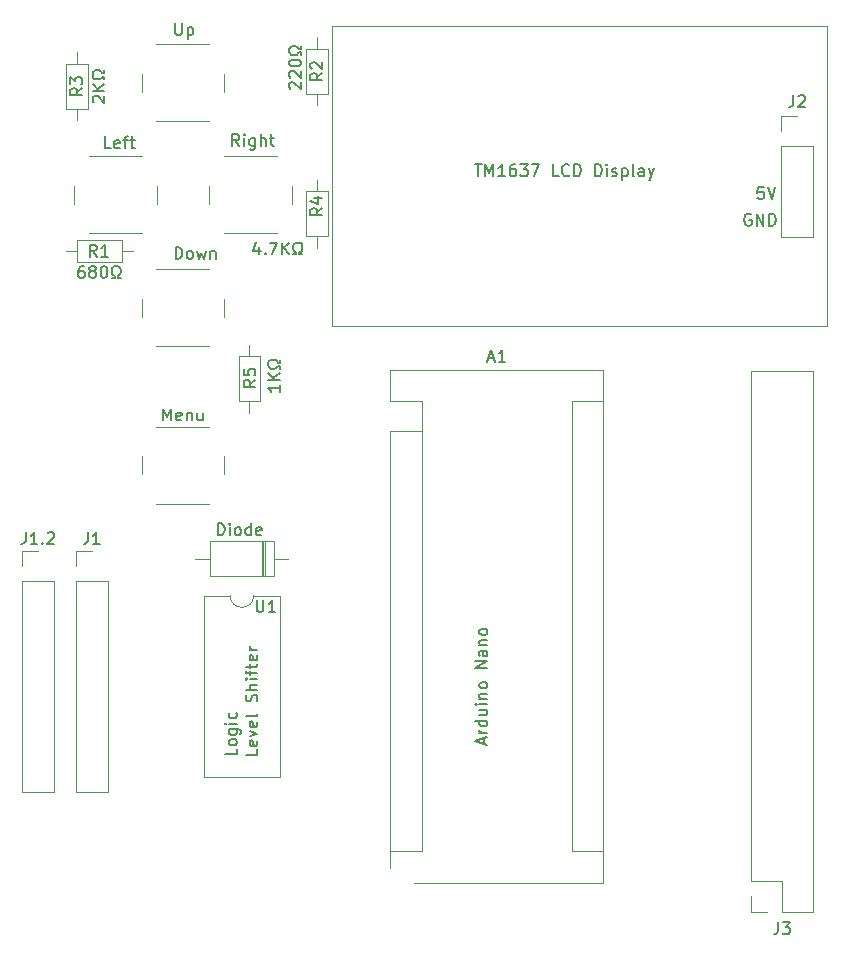
<source format=gto>
G04 #@! TF.GenerationSoftware,KiCad,Pcbnew,(5.1.5)-3*
G04 #@! TF.CreationDate,2022-12-19T02:05:45+02:00*
G04 #@! TF.ProjectId,arduino-fanatec-pcb,61726475-696e-46f2-9d66-616e61746563,rev?*
G04 #@! TF.SameCoordinates,Original*
G04 #@! TF.FileFunction,Legend,Top*
G04 #@! TF.FilePolarity,Positive*
%FSLAX46Y46*%
G04 Gerber Fmt 4.6, Leading zero omitted, Abs format (unit mm)*
G04 Created by KiCad (PCBNEW (5.1.5)-3) date 2022-12-19 02:05:45*
%MOMM*%
%LPD*%
G04 APERTURE LIST*
%ADD10C,0.150000*%
%ADD11C,0.120000*%
%ADD12O,1.702000X1.702000*%
%ADD13R,1.702000X1.702000*%
%ADD14R,1.802000X1.802000*%
%ADD15O,1.802000X1.802000*%
%ADD16C,6.102000*%
%ADD17C,2.102000*%
%ADD18O,1.902000X1.902000*%
%ADD19R,1.902000X1.902000*%
G04 APERTURE END LIST*
D10*
X115488095Y-52750000D02*
X115392857Y-52702380D01*
X115250000Y-52702380D01*
X115107142Y-52750000D01*
X115011904Y-52845238D01*
X114964285Y-52940476D01*
X114916666Y-53130952D01*
X114916666Y-53273809D01*
X114964285Y-53464285D01*
X115011904Y-53559523D01*
X115107142Y-53654761D01*
X115250000Y-53702380D01*
X115345238Y-53702380D01*
X115488095Y-53654761D01*
X115535714Y-53607142D01*
X115535714Y-53273809D01*
X115345238Y-53273809D01*
X115964285Y-53702380D02*
X115964285Y-52702380D01*
X116535714Y-53702380D01*
X116535714Y-52702380D01*
X117011904Y-53702380D02*
X117011904Y-52702380D01*
X117250000Y-52702380D01*
X117392857Y-52750000D01*
X117488095Y-52845238D01*
X117535714Y-52940476D01*
X117583333Y-53130952D01*
X117583333Y-53273809D01*
X117535714Y-53464285D01*
X117488095Y-53559523D01*
X117392857Y-53654761D01*
X117250000Y-53702380D01*
X117011904Y-53702380D01*
X116559523Y-50452380D02*
X116083333Y-50452380D01*
X116035714Y-50928571D01*
X116083333Y-50880952D01*
X116178571Y-50833333D01*
X116416666Y-50833333D01*
X116511904Y-50880952D01*
X116559523Y-50928571D01*
X116607142Y-51023809D01*
X116607142Y-51261904D01*
X116559523Y-51357142D01*
X116511904Y-51404761D01*
X116416666Y-51452380D01*
X116178571Y-51452380D01*
X116083333Y-51404761D01*
X116035714Y-51357142D01*
X116892857Y-50452380D02*
X117226190Y-51452380D01*
X117559523Y-50452380D01*
X71952380Y-98011904D02*
X71952380Y-98488095D01*
X70952380Y-98488095D01*
X71952380Y-97535714D02*
X71904761Y-97630952D01*
X71857142Y-97678571D01*
X71761904Y-97726190D01*
X71476190Y-97726190D01*
X71380952Y-97678571D01*
X71333333Y-97630952D01*
X71285714Y-97535714D01*
X71285714Y-97392857D01*
X71333333Y-97297619D01*
X71380952Y-97250000D01*
X71476190Y-97202380D01*
X71761904Y-97202380D01*
X71857142Y-97250000D01*
X71904761Y-97297619D01*
X71952380Y-97392857D01*
X71952380Y-97535714D01*
X71285714Y-96345238D02*
X72095238Y-96345238D01*
X72190476Y-96392857D01*
X72238095Y-96440476D01*
X72285714Y-96535714D01*
X72285714Y-96678571D01*
X72238095Y-96773809D01*
X71904761Y-96345238D02*
X71952380Y-96440476D01*
X71952380Y-96630952D01*
X71904761Y-96726190D01*
X71857142Y-96773809D01*
X71761904Y-96821428D01*
X71476190Y-96821428D01*
X71380952Y-96773809D01*
X71333333Y-96726190D01*
X71285714Y-96630952D01*
X71285714Y-96440476D01*
X71333333Y-96345238D01*
X71952380Y-95869047D02*
X71285714Y-95869047D01*
X70952380Y-95869047D02*
X71000000Y-95916666D01*
X71047619Y-95869047D01*
X71000000Y-95821428D01*
X70952380Y-95869047D01*
X71047619Y-95869047D01*
X71904761Y-94964285D02*
X71952380Y-95059523D01*
X71952380Y-95250000D01*
X71904761Y-95345238D01*
X71857142Y-95392857D01*
X71761904Y-95440476D01*
X71476190Y-95440476D01*
X71380952Y-95392857D01*
X71333333Y-95345238D01*
X71285714Y-95250000D01*
X71285714Y-95059523D01*
X71333333Y-94964285D01*
X73638095Y-85422380D02*
X73638095Y-86231904D01*
X73685714Y-86327142D01*
X73733333Y-86374761D01*
X73828571Y-86422380D01*
X74019047Y-86422380D01*
X74114285Y-86374761D01*
X74161904Y-86327142D01*
X74209523Y-86231904D01*
X74209523Y-85422380D01*
X75209523Y-86422380D02*
X74638095Y-86422380D01*
X74923809Y-86422380D02*
X74923809Y-85422380D01*
X74828571Y-85565238D01*
X74733333Y-85660476D01*
X74638095Y-85708095D01*
X75592380Y-67215714D02*
X75592380Y-67787142D01*
X75592380Y-67501428D02*
X74592380Y-67501428D01*
X74735238Y-67596666D01*
X74830476Y-67691904D01*
X74878095Y-67787142D01*
X75592380Y-66787142D02*
X74592380Y-66787142D01*
X75592380Y-66215714D02*
X75020952Y-66644285D01*
X74592380Y-66215714D02*
X75163809Y-66787142D01*
X75592380Y-65834761D02*
X75592380Y-65596666D01*
X75401904Y-65596666D01*
X75354285Y-65691904D01*
X75259047Y-65787142D01*
X75116190Y-65834761D01*
X74878095Y-65834761D01*
X74735238Y-65787142D01*
X74640000Y-65691904D01*
X74592380Y-65549047D01*
X74592380Y-65358571D01*
X74640000Y-65215714D01*
X74735238Y-65120476D01*
X74878095Y-65072857D01*
X75116190Y-65072857D01*
X75259047Y-65120476D01*
X75354285Y-65215714D01*
X75401904Y-65310952D01*
X75592380Y-65310952D01*
X75592380Y-65072857D01*
X73824761Y-55485714D02*
X73824761Y-56152380D01*
X73586666Y-55104761D02*
X73348571Y-55819047D01*
X73967619Y-55819047D01*
X74348571Y-56057142D02*
X74396190Y-56104761D01*
X74348571Y-56152380D01*
X74300952Y-56104761D01*
X74348571Y-56057142D01*
X74348571Y-56152380D01*
X74729523Y-55152380D02*
X75396190Y-55152380D01*
X74967619Y-56152380D01*
X75777142Y-56152380D02*
X75777142Y-55152380D01*
X76348571Y-56152380D02*
X75920000Y-55580952D01*
X76348571Y-55152380D02*
X75777142Y-55723809D01*
X76729523Y-56152380D02*
X76967619Y-56152380D01*
X76967619Y-55961904D01*
X76872380Y-55914285D01*
X76777142Y-55819047D01*
X76729523Y-55676190D01*
X76729523Y-55438095D01*
X76777142Y-55295238D01*
X76872380Y-55200000D01*
X77015238Y-55152380D01*
X77205714Y-55152380D01*
X77348571Y-55200000D01*
X77443809Y-55295238D01*
X77491428Y-55438095D01*
X77491428Y-55676190D01*
X77443809Y-55819047D01*
X77348571Y-55914285D01*
X77253333Y-55961904D01*
X77253333Y-56152380D01*
X77491428Y-56152380D01*
X58987619Y-57142380D02*
X58797142Y-57142380D01*
X58701904Y-57190000D01*
X58654285Y-57237619D01*
X58559047Y-57380476D01*
X58511428Y-57570952D01*
X58511428Y-57951904D01*
X58559047Y-58047142D01*
X58606666Y-58094761D01*
X58701904Y-58142380D01*
X58892380Y-58142380D01*
X58987619Y-58094761D01*
X59035238Y-58047142D01*
X59082857Y-57951904D01*
X59082857Y-57713809D01*
X59035238Y-57618571D01*
X58987619Y-57570952D01*
X58892380Y-57523333D01*
X58701904Y-57523333D01*
X58606666Y-57570952D01*
X58559047Y-57618571D01*
X58511428Y-57713809D01*
X59654285Y-57570952D02*
X59559047Y-57523333D01*
X59511428Y-57475714D01*
X59463809Y-57380476D01*
X59463809Y-57332857D01*
X59511428Y-57237619D01*
X59559047Y-57190000D01*
X59654285Y-57142380D01*
X59844761Y-57142380D01*
X59940000Y-57190000D01*
X59987619Y-57237619D01*
X60035238Y-57332857D01*
X60035238Y-57380476D01*
X59987619Y-57475714D01*
X59940000Y-57523333D01*
X59844761Y-57570952D01*
X59654285Y-57570952D01*
X59559047Y-57618571D01*
X59511428Y-57666190D01*
X59463809Y-57761428D01*
X59463809Y-57951904D01*
X59511428Y-58047142D01*
X59559047Y-58094761D01*
X59654285Y-58142380D01*
X59844761Y-58142380D01*
X59940000Y-58094761D01*
X59987619Y-58047142D01*
X60035238Y-57951904D01*
X60035238Y-57761428D01*
X59987619Y-57666190D01*
X59940000Y-57618571D01*
X59844761Y-57570952D01*
X60654285Y-57142380D02*
X60749523Y-57142380D01*
X60844761Y-57190000D01*
X60892380Y-57237619D01*
X60940000Y-57332857D01*
X60987619Y-57523333D01*
X60987619Y-57761428D01*
X60940000Y-57951904D01*
X60892380Y-58047142D01*
X60844761Y-58094761D01*
X60749523Y-58142380D01*
X60654285Y-58142380D01*
X60559047Y-58094761D01*
X60511428Y-58047142D01*
X60463809Y-57951904D01*
X60416190Y-57761428D01*
X60416190Y-57523333D01*
X60463809Y-57332857D01*
X60511428Y-57237619D01*
X60559047Y-57190000D01*
X60654285Y-57142380D01*
X61368571Y-58142380D02*
X61606666Y-58142380D01*
X61606666Y-57951904D01*
X61511428Y-57904285D01*
X61416190Y-57809047D01*
X61368571Y-57666190D01*
X61368571Y-57428095D01*
X61416190Y-57285238D01*
X61511428Y-57190000D01*
X61654285Y-57142380D01*
X61844761Y-57142380D01*
X61987619Y-57190000D01*
X62082857Y-57285238D01*
X62130476Y-57428095D01*
X62130476Y-57666190D01*
X62082857Y-57809047D01*
X61987619Y-57904285D01*
X61892380Y-57951904D01*
X61892380Y-58142380D01*
X62130476Y-58142380D01*
X76467619Y-42129523D02*
X76420000Y-42081904D01*
X76372380Y-41986666D01*
X76372380Y-41748571D01*
X76420000Y-41653333D01*
X76467619Y-41605714D01*
X76562857Y-41558095D01*
X76658095Y-41558095D01*
X76800952Y-41605714D01*
X77372380Y-42177142D01*
X77372380Y-41558095D01*
X76467619Y-41177142D02*
X76420000Y-41129523D01*
X76372380Y-41034285D01*
X76372380Y-40796190D01*
X76420000Y-40700952D01*
X76467619Y-40653333D01*
X76562857Y-40605714D01*
X76658095Y-40605714D01*
X76800952Y-40653333D01*
X77372380Y-41224761D01*
X77372380Y-40605714D01*
X76372380Y-39986666D02*
X76372380Y-39891428D01*
X76420000Y-39796190D01*
X76467619Y-39748571D01*
X76562857Y-39700952D01*
X76753333Y-39653333D01*
X76991428Y-39653333D01*
X77181904Y-39700952D01*
X77277142Y-39748571D01*
X77324761Y-39796190D01*
X77372380Y-39891428D01*
X77372380Y-39986666D01*
X77324761Y-40081904D01*
X77277142Y-40129523D01*
X77181904Y-40177142D01*
X76991428Y-40224761D01*
X76753333Y-40224761D01*
X76562857Y-40177142D01*
X76467619Y-40129523D01*
X76420000Y-40081904D01*
X76372380Y-39986666D01*
X77372380Y-39272380D02*
X77372380Y-39034285D01*
X77181904Y-39034285D01*
X77134285Y-39129523D01*
X77039047Y-39224761D01*
X76896190Y-39272380D01*
X76658095Y-39272380D01*
X76515238Y-39224761D01*
X76420000Y-39129523D01*
X76372380Y-38986666D01*
X76372380Y-38796190D01*
X76420000Y-38653333D01*
X76515238Y-38558095D01*
X76658095Y-38510476D01*
X76896190Y-38510476D01*
X77039047Y-38558095D01*
X77134285Y-38653333D01*
X77181904Y-38748571D01*
X77372380Y-38748571D01*
X77372380Y-38510476D01*
X59837619Y-43287142D02*
X59790000Y-43239523D01*
X59742380Y-43144285D01*
X59742380Y-42906190D01*
X59790000Y-42810952D01*
X59837619Y-42763333D01*
X59932857Y-42715714D01*
X60028095Y-42715714D01*
X60170952Y-42763333D01*
X60742380Y-43334761D01*
X60742380Y-42715714D01*
X60742380Y-42287142D02*
X59742380Y-42287142D01*
X60742380Y-41715714D02*
X60170952Y-42144285D01*
X59742380Y-41715714D02*
X60313809Y-42287142D01*
X60742380Y-41334761D02*
X60742380Y-41096666D01*
X60551904Y-41096666D01*
X60504285Y-41191904D01*
X60409047Y-41287142D01*
X60266190Y-41334761D01*
X60028095Y-41334761D01*
X59885238Y-41287142D01*
X59790000Y-41191904D01*
X59742380Y-41049047D01*
X59742380Y-40858571D01*
X59790000Y-40715714D01*
X59885238Y-40620476D01*
X60028095Y-40572857D01*
X60266190Y-40572857D01*
X60409047Y-40620476D01*
X60504285Y-40715714D01*
X60551904Y-40810952D01*
X60742380Y-40810952D01*
X60742380Y-40572857D01*
X92876666Y-97567142D02*
X92876666Y-97090952D01*
X93162380Y-97662380D02*
X92162380Y-97329047D01*
X93162380Y-96995714D01*
X93162380Y-96662380D02*
X92495714Y-96662380D01*
X92686190Y-96662380D02*
X92590952Y-96614761D01*
X92543333Y-96567142D01*
X92495714Y-96471904D01*
X92495714Y-96376666D01*
X93162380Y-95614761D02*
X92162380Y-95614761D01*
X93114761Y-95614761D02*
X93162380Y-95710000D01*
X93162380Y-95900476D01*
X93114761Y-95995714D01*
X93067142Y-96043333D01*
X92971904Y-96090952D01*
X92686190Y-96090952D01*
X92590952Y-96043333D01*
X92543333Y-95995714D01*
X92495714Y-95900476D01*
X92495714Y-95710000D01*
X92543333Y-95614761D01*
X92495714Y-94710000D02*
X93162380Y-94710000D01*
X92495714Y-95138571D02*
X93019523Y-95138571D01*
X93114761Y-95090952D01*
X93162380Y-94995714D01*
X93162380Y-94852857D01*
X93114761Y-94757619D01*
X93067142Y-94710000D01*
X93162380Y-94233809D02*
X92495714Y-94233809D01*
X92162380Y-94233809D02*
X92210000Y-94281428D01*
X92257619Y-94233809D01*
X92210000Y-94186190D01*
X92162380Y-94233809D01*
X92257619Y-94233809D01*
X92495714Y-93757619D02*
X93162380Y-93757619D01*
X92590952Y-93757619D02*
X92543333Y-93710000D01*
X92495714Y-93614761D01*
X92495714Y-93471904D01*
X92543333Y-93376666D01*
X92638571Y-93329047D01*
X93162380Y-93329047D01*
X93162380Y-92710000D02*
X93114761Y-92805238D01*
X93067142Y-92852857D01*
X92971904Y-92900476D01*
X92686190Y-92900476D01*
X92590952Y-92852857D01*
X92543333Y-92805238D01*
X92495714Y-92710000D01*
X92495714Y-92567142D01*
X92543333Y-92471904D01*
X92590952Y-92424285D01*
X92686190Y-92376666D01*
X92971904Y-92376666D01*
X93067142Y-92424285D01*
X93114761Y-92471904D01*
X93162380Y-92567142D01*
X93162380Y-92710000D01*
X93162380Y-91186190D02*
X92162380Y-91186190D01*
X93162380Y-90614761D01*
X92162380Y-90614761D01*
X93162380Y-89710000D02*
X92638571Y-89710000D01*
X92543333Y-89757619D01*
X92495714Y-89852857D01*
X92495714Y-90043333D01*
X92543333Y-90138571D01*
X93114761Y-89710000D02*
X93162380Y-89805238D01*
X93162380Y-90043333D01*
X93114761Y-90138571D01*
X93019523Y-90186190D01*
X92924285Y-90186190D01*
X92829047Y-90138571D01*
X92781428Y-90043333D01*
X92781428Y-89805238D01*
X92733809Y-89710000D01*
X92495714Y-89233809D02*
X93162380Y-89233809D01*
X92590952Y-89233809D02*
X92543333Y-89186190D01*
X92495714Y-89090952D01*
X92495714Y-88948095D01*
X92543333Y-88852857D01*
X92638571Y-88805238D01*
X93162380Y-88805238D01*
X93162380Y-88186190D02*
X93114761Y-88281428D01*
X93067142Y-88329047D01*
X92971904Y-88376666D01*
X92686190Y-88376666D01*
X92590952Y-88329047D01*
X92543333Y-88281428D01*
X92495714Y-88186190D01*
X92495714Y-88043333D01*
X92543333Y-87948095D01*
X92590952Y-87900476D01*
X92686190Y-87852857D01*
X92971904Y-87852857D01*
X93067142Y-87900476D01*
X93114761Y-87948095D01*
X93162380Y-88043333D01*
X93162380Y-88186190D01*
X92100952Y-48522380D02*
X92672380Y-48522380D01*
X92386666Y-49522380D02*
X92386666Y-48522380D01*
X93005714Y-49522380D02*
X93005714Y-48522380D01*
X93339047Y-49236666D01*
X93672380Y-48522380D01*
X93672380Y-49522380D01*
X94672380Y-49522380D02*
X94100952Y-49522380D01*
X94386666Y-49522380D02*
X94386666Y-48522380D01*
X94291428Y-48665238D01*
X94196190Y-48760476D01*
X94100952Y-48808095D01*
X95529523Y-48522380D02*
X95339047Y-48522380D01*
X95243809Y-48570000D01*
X95196190Y-48617619D01*
X95100952Y-48760476D01*
X95053333Y-48950952D01*
X95053333Y-49331904D01*
X95100952Y-49427142D01*
X95148571Y-49474761D01*
X95243809Y-49522380D01*
X95434285Y-49522380D01*
X95529523Y-49474761D01*
X95577142Y-49427142D01*
X95624761Y-49331904D01*
X95624761Y-49093809D01*
X95577142Y-48998571D01*
X95529523Y-48950952D01*
X95434285Y-48903333D01*
X95243809Y-48903333D01*
X95148571Y-48950952D01*
X95100952Y-48998571D01*
X95053333Y-49093809D01*
X95958095Y-48522380D02*
X96577142Y-48522380D01*
X96243809Y-48903333D01*
X96386666Y-48903333D01*
X96481904Y-48950952D01*
X96529523Y-48998571D01*
X96577142Y-49093809D01*
X96577142Y-49331904D01*
X96529523Y-49427142D01*
X96481904Y-49474761D01*
X96386666Y-49522380D01*
X96100952Y-49522380D01*
X96005714Y-49474761D01*
X95958095Y-49427142D01*
X96910476Y-48522380D02*
X97577142Y-48522380D01*
X97148571Y-49522380D01*
X99196190Y-49522380D02*
X98720000Y-49522380D01*
X98720000Y-48522380D01*
X100100952Y-49427142D02*
X100053333Y-49474761D01*
X99910476Y-49522380D01*
X99815238Y-49522380D01*
X99672380Y-49474761D01*
X99577142Y-49379523D01*
X99529523Y-49284285D01*
X99481904Y-49093809D01*
X99481904Y-48950952D01*
X99529523Y-48760476D01*
X99577142Y-48665238D01*
X99672380Y-48570000D01*
X99815238Y-48522380D01*
X99910476Y-48522380D01*
X100053333Y-48570000D01*
X100100952Y-48617619D01*
X100529523Y-49522380D02*
X100529523Y-48522380D01*
X100767619Y-48522380D01*
X100910476Y-48570000D01*
X101005714Y-48665238D01*
X101053333Y-48760476D01*
X101100952Y-48950952D01*
X101100952Y-49093809D01*
X101053333Y-49284285D01*
X101005714Y-49379523D01*
X100910476Y-49474761D01*
X100767619Y-49522380D01*
X100529523Y-49522380D01*
X102291428Y-49522380D02*
X102291428Y-48522380D01*
X102529523Y-48522380D01*
X102672380Y-48570000D01*
X102767619Y-48665238D01*
X102815238Y-48760476D01*
X102862857Y-48950952D01*
X102862857Y-49093809D01*
X102815238Y-49284285D01*
X102767619Y-49379523D01*
X102672380Y-49474761D01*
X102529523Y-49522380D01*
X102291428Y-49522380D01*
X103291428Y-49522380D02*
X103291428Y-48855714D01*
X103291428Y-48522380D02*
X103243809Y-48570000D01*
X103291428Y-48617619D01*
X103339047Y-48570000D01*
X103291428Y-48522380D01*
X103291428Y-48617619D01*
X103720000Y-49474761D02*
X103815238Y-49522380D01*
X104005714Y-49522380D01*
X104100952Y-49474761D01*
X104148571Y-49379523D01*
X104148571Y-49331904D01*
X104100952Y-49236666D01*
X104005714Y-49189047D01*
X103862857Y-49189047D01*
X103767619Y-49141428D01*
X103720000Y-49046190D01*
X103720000Y-48998571D01*
X103767619Y-48903333D01*
X103862857Y-48855714D01*
X104005714Y-48855714D01*
X104100952Y-48903333D01*
X104577142Y-48855714D02*
X104577142Y-49855714D01*
X104577142Y-48903333D02*
X104672380Y-48855714D01*
X104862857Y-48855714D01*
X104958095Y-48903333D01*
X105005714Y-48950952D01*
X105053333Y-49046190D01*
X105053333Y-49331904D01*
X105005714Y-49427142D01*
X104958095Y-49474761D01*
X104862857Y-49522380D01*
X104672380Y-49522380D01*
X104577142Y-49474761D01*
X105624761Y-49522380D02*
X105529523Y-49474761D01*
X105481904Y-49379523D01*
X105481904Y-48522380D01*
X106434285Y-49522380D02*
X106434285Y-48998571D01*
X106386666Y-48903333D01*
X106291428Y-48855714D01*
X106100952Y-48855714D01*
X106005714Y-48903333D01*
X106434285Y-49474761D02*
X106339047Y-49522380D01*
X106100952Y-49522380D01*
X106005714Y-49474761D01*
X105958095Y-49379523D01*
X105958095Y-49284285D01*
X106005714Y-49189047D01*
X106100952Y-49141428D01*
X106339047Y-49141428D01*
X106434285Y-49093809D01*
X106815238Y-48855714D02*
X107053333Y-49522380D01*
X107291428Y-48855714D02*
X107053333Y-49522380D01*
X106958095Y-49760476D01*
X106910476Y-49808095D01*
X106815238Y-49855714D01*
D11*
X80010000Y-62230000D02*
X121920000Y-62230000D01*
X80010000Y-36830000D02*
X80010000Y-62230000D01*
X121920000Y-36830000D02*
X80010000Y-36830000D01*
X121920000Y-62230000D02*
X121920000Y-36830000D01*
X103000000Y-65910000D02*
X84960000Y-65910000D01*
X103000000Y-109350000D02*
X103000000Y-65910000D01*
X84960000Y-109350000D02*
X103000000Y-109350000D01*
X87630000Y-106680000D02*
X84960000Y-106680000D01*
X87630000Y-71120000D02*
X87630000Y-106680000D01*
X87630000Y-71120000D02*
X84960000Y-71120000D01*
X100330000Y-106680000D02*
X103000000Y-106680000D01*
X100330000Y-68580000D02*
X100330000Y-106680000D01*
X100330000Y-68580000D02*
X103000000Y-68580000D01*
X84960000Y-65910000D02*
X84960000Y-68580000D01*
X84960000Y-71120000D02*
X84960000Y-109350000D01*
X87630000Y-68580000D02*
X84960000Y-68580000D01*
X87630000Y-71120000D02*
X87630000Y-68580000D01*
X120710000Y-111820000D02*
X118110000Y-111820000D01*
X120710000Y-111820000D02*
X120710000Y-65980000D01*
X120710000Y-65980000D02*
X115510000Y-65980000D01*
X115510000Y-109220000D02*
X115510000Y-65980000D01*
X118110000Y-109220000D02*
X115510000Y-109220000D01*
X118110000Y-111820000D02*
X118110000Y-109220000D01*
X115510000Y-111820000D02*
X115510000Y-110490000D01*
X116840000Y-111820000D02*
X115510000Y-111820000D01*
X73390000Y-85030000D02*
G75*
G02X71390000Y-85030000I-1000000J0D01*
G01*
X71390000Y-85030000D02*
X69155000Y-85030000D01*
X69155000Y-85030000D02*
X69155000Y-100390000D01*
X69155000Y-100390000D02*
X75625000Y-100390000D01*
X75625000Y-100390000D02*
X75625000Y-85030000D01*
X75625000Y-85030000D02*
X73390000Y-85030000D01*
X53788000Y-81220000D02*
X55118000Y-81220000D01*
X53788000Y-82550000D02*
X53788000Y-81220000D01*
X53788000Y-83820000D02*
X56448000Y-83820000D01*
X56448000Y-83820000D02*
X56448000Y-101660000D01*
X53788000Y-83820000D02*
X53788000Y-101660000D01*
X53788000Y-101660000D02*
X56448000Y-101660000D01*
X58405000Y-54960000D02*
X58405000Y-56800000D01*
X58405000Y-56800000D02*
X62245000Y-56800000D01*
X62245000Y-56800000D02*
X62245000Y-54960000D01*
X62245000Y-54960000D02*
X58405000Y-54960000D01*
X57455000Y-55880000D02*
X58405000Y-55880000D01*
X63195000Y-55880000D02*
X62245000Y-55880000D01*
X73025000Y-69545000D02*
X73025000Y-68595000D01*
X73025000Y-63805000D02*
X73025000Y-64755000D01*
X73945000Y-68595000D02*
X73945000Y-64755000D01*
X72105000Y-68595000D02*
X73945000Y-68595000D01*
X72105000Y-64755000D02*
X72105000Y-68595000D01*
X73945000Y-64755000D02*
X72105000Y-64755000D01*
X78740000Y-49835000D02*
X78740000Y-50785000D01*
X78740000Y-55575000D02*
X78740000Y-54625000D01*
X77820000Y-50785000D02*
X77820000Y-54625000D01*
X79660000Y-50785000D02*
X77820000Y-50785000D01*
X79660000Y-54625000D02*
X79660000Y-50785000D01*
X77820000Y-54625000D02*
X79660000Y-54625000D01*
X58420000Y-44780000D02*
X58420000Y-43830000D01*
X58420000Y-39040000D02*
X58420000Y-39990000D01*
X59340000Y-43830000D02*
X59340000Y-39990000D01*
X57500000Y-43830000D02*
X59340000Y-43830000D01*
X57500000Y-39990000D02*
X57500000Y-43830000D01*
X59340000Y-39990000D02*
X57500000Y-39990000D01*
X78740000Y-37770000D02*
X78740000Y-38720000D01*
X78740000Y-43510000D02*
X78740000Y-42560000D01*
X77820000Y-38720000D02*
X77820000Y-42560000D01*
X79660000Y-38720000D02*
X77820000Y-38720000D01*
X79660000Y-42560000D02*
X79660000Y-38720000D01*
X77820000Y-42560000D02*
X79660000Y-42560000D01*
X70885000Y-74755000D02*
X70885000Y-73255000D01*
X69635000Y-70755000D02*
X65135000Y-70755000D01*
X63885000Y-73255000D02*
X63885000Y-74755000D01*
X65135000Y-77255000D02*
X69635000Y-77255000D01*
X70885000Y-61420000D02*
X70885000Y-59920000D01*
X69635000Y-57420000D02*
X65135000Y-57420000D01*
X63885000Y-59920000D02*
X63885000Y-61420000D01*
X65135000Y-63920000D02*
X69635000Y-63920000D01*
X76600000Y-51840000D02*
X76600000Y-50340000D01*
X75350000Y-47840000D02*
X70850000Y-47840000D01*
X69600000Y-50340000D02*
X69600000Y-51840000D01*
X70850000Y-54340000D02*
X75350000Y-54340000D01*
X65170000Y-51840000D02*
X65170000Y-50340000D01*
X63920000Y-47840000D02*
X59420000Y-47840000D01*
X58170000Y-50340000D02*
X58170000Y-51840000D01*
X59420000Y-54340000D02*
X63920000Y-54340000D01*
X70885000Y-42370000D02*
X70885000Y-40870000D01*
X69635000Y-38370000D02*
X65135000Y-38370000D01*
X63885000Y-40870000D02*
X63885000Y-42370000D01*
X65135000Y-44870000D02*
X69635000Y-44870000D01*
X118050000Y-44390000D02*
X119380000Y-44390000D01*
X118050000Y-45720000D02*
X118050000Y-44390000D01*
X118050000Y-46990000D02*
X120710000Y-46990000D01*
X120710000Y-46990000D02*
X120710000Y-54670000D01*
X118050000Y-46990000D02*
X118050000Y-54670000D01*
X118050000Y-54670000D02*
X120710000Y-54670000D01*
X74330000Y-83385000D02*
X74330000Y-80445000D01*
X74090000Y-83385000D02*
X74090000Y-80445000D01*
X74210000Y-83385000D02*
X74210000Y-80445000D01*
X68450000Y-81915000D02*
X69670000Y-81915000D01*
X76330000Y-81915000D02*
X75110000Y-81915000D01*
X69670000Y-83385000D02*
X75110000Y-83385000D01*
X69670000Y-80445000D02*
X69670000Y-83385000D01*
X75110000Y-80445000D02*
X69670000Y-80445000D01*
X75110000Y-83385000D02*
X75110000Y-80445000D01*
X58360000Y-81220000D02*
X59690000Y-81220000D01*
X58360000Y-82550000D02*
X58360000Y-81220000D01*
X58360000Y-83820000D02*
X61020000Y-83820000D01*
X61020000Y-83820000D02*
X61020000Y-101660000D01*
X58360000Y-83820000D02*
X58360000Y-101660000D01*
X58360000Y-101660000D02*
X61020000Y-101660000D01*
D10*
X93265714Y-64936666D02*
X93741904Y-64936666D01*
X93170476Y-65222380D02*
X93503809Y-64222380D01*
X93837142Y-65222380D01*
X94694285Y-65222380D02*
X94122857Y-65222380D01*
X94408571Y-65222380D02*
X94408571Y-64222380D01*
X94313333Y-64365238D01*
X94218095Y-64460476D01*
X94122857Y-64508095D01*
X117776666Y-112712380D02*
X117776666Y-113426666D01*
X117729047Y-113569523D01*
X117633809Y-113664761D01*
X117490952Y-113712380D01*
X117395714Y-113712380D01*
X118157619Y-112712380D02*
X118776666Y-112712380D01*
X118443333Y-113093333D01*
X118586190Y-113093333D01*
X118681428Y-113140952D01*
X118729047Y-113188571D01*
X118776666Y-113283809D01*
X118776666Y-113521904D01*
X118729047Y-113617142D01*
X118681428Y-113664761D01*
X118586190Y-113712380D01*
X118300476Y-113712380D01*
X118205238Y-113664761D01*
X118157619Y-113617142D01*
X73702380Y-98047619D02*
X73702380Y-98523809D01*
X72702380Y-98523809D01*
X73654761Y-97333333D02*
X73702380Y-97428571D01*
X73702380Y-97619047D01*
X73654761Y-97714285D01*
X73559523Y-97761904D01*
X73178571Y-97761904D01*
X73083333Y-97714285D01*
X73035714Y-97619047D01*
X73035714Y-97428571D01*
X73083333Y-97333333D01*
X73178571Y-97285714D01*
X73273809Y-97285714D01*
X73369047Y-97761904D01*
X73035714Y-96952380D02*
X73702380Y-96714285D01*
X73035714Y-96476190D01*
X73654761Y-95714285D02*
X73702380Y-95809523D01*
X73702380Y-96000000D01*
X73654761Y-96095238D01*
X73559523Y-96142857D01*
X73178571Y-96142857D01*
X73083333Y-96095238D01*
X73035714Y-96000000D01*
X73035714Y-95809523D01*
X73083333Y-95714285D01*
X73178571Y-95666666D01*
X73273809Y-95666666D01*
X73369047Y-96142857D01*
X73702380Y-95095238D02*
X73654761Y-95190476D01*
X73559523Y-95238095D01*
X72702380Y-95238095D01*
X73654761Y-94000000D02*
X73702380Y-93857142D01*
X73702380Y-93619047D01*
X73654761Y-93523809D01*
X73607142Y-93476190D01*
X73511904Y-93428571D01*
X73416666Y-93428571D01*
X73321428Y-93476190D01*
X73273809Y-93523809D01*
X73226190Y-93619047D01*
X73178571Y-93809523D01*
X73130952Y-93904761D01*
X73083333Y-93952380D01*
X72988095Y-94000000D01*
X72892857Y-94000000D01*
X72797619Y-93952380D01*
X72750000Y-93904761D01*
X72702380Y-93809523D01*
X72702380Y-93571428D01*
X72750000Y-93428571D01*
X73702380Y-93000000D02*
X72702380Y-93000000D01*
X73702380Y-92571428D02*
X73178571Y-92571428D01*
X73083333Y-92619047D01*
X73035714Y-92714285D01*
X73035714Y-92857142D01*
X73083333Y-92952380D01*
X73130952Y-93000000D01*
X73702380Y-92095238D02*
X73035714Y-92095238D01*
X72702380Y-92095238D02*
X72750000Y-92142857D01*
X72797619Y-92095238D01*
X72750000Y-92047619D01*
X72702380Y-92095238D01*
X72797619Y-92095238D01*
X73035714Y-91761904D02*
X73035714Y-91380952D01*
X73702380Y-91619047D02*
X72845238Y-91619047D01*
X72750000Y-91571428D01*
X72702380Y-91476190D01*
X72702380Y-91380952D01*
X73035714Y-91190476D02*
X73035714Y-90809523D01*
X72702380Y-91047619D02*
X73559523Y-91047619D01*
X73654761Y-91000000D01*
X73702380Y-90904761D01*
X73702380Y-90809523D01*
X73654761Y-90095238D02*
X73702380Y-90190476D01*
X73702380Y-90380952D01*
X73654761Y-90476190D01*
X73559523Y-90523809D01*
X73178571Y-90523809D01*
X73083333Y-90476190D01*
X73035714Y-90380952D01*
X73035714Y-90190476D01*
X73083333Y-90095238D01*
X73178571Y-90047619D01*
X73273809Y-90047619D01*
X73369047Y-90523809D01*
X73702380Y-89619047D02*
X73035714Y-89619047D01*
X73226190Y-89619047D02*
X73130952Y-89571428D01*
X73083333Y-89523809D01*
X73035714Y-89428571D01*
X73035714Y-89333333D01*
X54070380Y-79672380D02*
X54070380Y-80386666D01*
X54022761Y-80529523D01*
X53927523Y-80624761D01*
X53784666Y-80672380D01*
X53689428Y-80672380D01*
X55070380Y-80672380D02*
X54498952Y-80672380D01*
X54784666Y-80672380D02*
X54784666Y-79672380D01*
X54689428Y-79815238D01*
X54594190Y-79910476D01*
X54498952Y-79958095D01*
X55498952Y-80577142D02*
X55546571Y-80624761D01*
X55498952Y-80672380D01*
X55451333Y-80624761D01*
X55498952Y-80577142D01*
X55498952Y-80672380D01*
X55927523Y-79767619D02*
X55975142Y-79720000D01*
X56070380Y-79672380D01*
X56308476Y-79672380D01*
X56403714Y-79720000D01*
X56451333Y-79767619D01*
X56498952Y-79862857D01*
X56498952Y-79958095D01*
X56451333Y-80100952D01*
X55879904Y-80672380D01*
X56498952Y-80672380D01*
X60093333Y-56332380D02*
X59760000Y-55856190D01*
X59521904Y-56332380D02*
X59521904Y-55332380D01*
X59902857Y-55332380D01*
X59998095Y-55380000D01*
X60045714Y-55427619D01*
X60093333Y-55522857D01*
X60093333Y-55665714D01*
X60045714Y-55760952D01*
X59998095Y-55808571D01*
X59902857Y-55856190D01*
X59521904Y-55856190D01*
X61045714Y-56332380D02*
X60474285Y-56332380D01*
X60760000Y-56332380D02*
X60760000Y-55332380D01*
X60664761Y-55475238D01*
X60569523Y-55570476D01*
X60474285Y-55618095D01*
X73532380Y-66766666D02*
X73056190Y-67100000D01*
X73532380Y-67338095D02*
X72532380Y-67338095D01*
X72532380Y-66957142D01*
X72580000Y-66861904D01*
X72627619Y-66814285D01*
X72722857Y-66766666D01*
X72865714Y-66766666D01*
X72960952Y-66814285D01*
X73008571Y-66861904D01*
X73056190Y-66957142D01*
X73056190Y-67338095D01*
X72532380Y-65861904D02*
X72532380Y-66338095D01*
X73008571Y-66385714D01*
X72960952Y-66338095D01*
X72913333Y-66242857D01*
X72913333Y-66004761D01*
X72960952Y-65909523D01*
X73008571Y-65861904D01*
X73103809Y-65814285D01*
X73341904Y-65814285D01*
X73437142Y-65861904D01*
X73484761Y-65909523D01*
X73532380Y-66004761D01*
X73532380Y-66242857D01*
X73484761Y-66338095D01*
X73437142Y-66385714D01*
X79192380Y-52236666D02*
X78716190Y-52570000D01*
X79192380Y-52808095D02*
X78192380Y-52808095D01*
X78192380Y-52427142D01*
X78240000Y-52331904D01*
X78287619Y-52284285D01*
X78382857Y-52236666D01*
X78525714Y-52236666D01*
X78620952Y-52284285D01*
X78668571Y-52331904D01*
X78716190Y-52427142D01*
X78716190Y-52808095D01*
X78525714Y-51379523D02*
X79192380Y-51379523D01*
X78144761Y-51617619D02*
X78859047Y-51855714D01*
X78859047Y-51236666D01*
X58872380Y-42076666D02*
X58396190Y-42410000D01*
X58872380Y-42648095D02*
X57872380Y-42648095D01*
X57872380Y-42267142D01*
X57920000Y-42171904D01*
X57967619Y-42124285D01*
X58062857Y-42076666D01*
X58205714Y-42076666D01*
X58300952Y-42124285D01*
X58348571Y-42171904D01*
X58396190Y-42267142D01*
X58396190Y-42648095D01*
X57872380Y-41743333D02*
X57872380Y-41124285D01*
X58253333Y-41457619D01*
X58253333Y-41314761D01*
X58300952Y-41219523D01*
X58348571Y-41171904D01*
X58443809Y-41124285D01*
X58681904Y-41124285D01*
X58777142Y-41171904D01*
X58824761Y-41219523D01*
X58872380Y-41314761D01*
X58872380Y-41600476D01*
X58824761Y-41695714D01*
X58777142Y-41743333D01*
X79192380Y-40806666D02*
X78716190Y-41140000D01*
X79192380Y-41378095D02*
X78192380Y-41378095D01*
X78192380Y-40997142D01*
X78240000Y-40901904D01*
X78287619Y-40854285D01*
X78382857Y-40806666D01*
X78525714Y-40806666D01*
X78620952Y-40854285D01*
X78668571Y-40901904D01*
X78716190Y-40997142D01*
X78716190Y-41378095D01*
X78287619Y-40425714D02*
X78240000Y-40378095D01*
X78192380Y-40282857D01*
X78192380Y-40044761D01*
X78240000Y-39949523D01*
X78287619Y-39901904D01*
X78382857Y-39854285D01*
X78478095Y-39854285D01*
X78620952Y-39901904D01*
X79192380Y-40473333D01*
X79192380Y-39854285D01*
X65718333Y-70207380D02*
X65718333Y-69207380D01*
X66051666Y-69921666D01*
X66385000Y-69207380D01*
X66385000Y-70207380D01*
X67242142Y-70159761D02*
X67146904Y-70207380D01*
X66956428Y-70207380D01*
X66861190Y-70159761D01*
X66813571Y-70064523D01*
X66813571Y-69683571D01*
X66861190Y-69588333D01*
X66956428Y-69540714D01*
X67146904Y-69540714D01*
X67242142Y-69588333D01*
X67289761Y-69683571D01*
X67289761Y-69778809D01*
X66813571Y-69874047D01*
X67718333Y-69540714D02*
X67718333Y-70207380D01*
X67718333Y-69635952D02*
X67765952Y-69588333D01*
X67861190Y-69540714D01*
X68004047Y-69540714D01*
X68099285Y-69588333D01*
X68146904Y-69683571D01*
X68146904Y-70207380D01*
X69051666Y-69540714D02*
X69051666Y-70207380D01*
X68623095Y-69540714D02*
X68623095Y-70064523D01*
X68670714Y-70159761D01*
X68765952Y-70207380D01*
X68908809Y-70207380D01*
X69004047Y-70159761D01*
X69051666Y-70112142D01*
X66769523Y-56522380D02*
X66769523Y-55522380D01*
X67007619Y-55522380D01*
X67150476Y-55570000D01*
X67245714Y-55665238D01*
X67293333Y-55760476D01*
X67340952Y-55950952D01*
X67340952Y-56093809D01*
X67293333Y-56284285D01*
X67245714Y-56379523D01*
X67150476Y-56474761D01*
X67007619Y-56522380D01*
X66769523Y-56522380D01*
X67912380Y-56522380D02*
X67817142Y-56474761D01*
X67769523Y-56427142D01*
X67721904Y-56331904D01*
X67721904Y-56046190D01*
X67769523Y-55950952D01*
X67817142Y-55903333D01*
X67912380Y-55855714D01*
X68055238Y-55855714D01*
X68150476Y-55903333D01*
X68198095Y-55950952D01*
X68245714Y-56046190D01*
X68245714Y-56331904D01*
X68198095Y-56427142D01*
X68150476Y-56474761D01*
X68055238Y-56522380D01*
X67912380Y-56522380D01*
X68579047Y-55855714D02*
X68769523Y-56522380D01*
X68960000Y-56046190D01*
X69150476Y-56522380D01*
X69340952Y-55855714D01*
X69721904Y-55855714D02*
X69721904Y-56522380D01*
X69721904Y-55950952D02*
X69769523Y-55903333D01*
X69864761Y-55855714D01*
X70007619Y-55855714D01*
X70102857Y-55903333D01*
X70150476Y-55998571D01*
X70150476Y-56522380D01*
X72160952Y-46972380D02*
X71827619Y-46496190D01*
X71589523Y-46972380D02*
X71589523Y-45972380D01*
X71970476Y-45972380D01*
X72065714Y-46020000D01*
X72113333Y-46067619D01*
X72160952Y-46162857D01*
X72160952Y-46305714D01*
X72113333Y-46400952D01*
X72065714Y-46448571D01*
X71970476Y-46496190D01*
X71589523Y-46496190D01*
X72589523Y-46972380D02*
X72589523Y-46305714D01*
X72589523Y-45972380D02*
X72541904Y-46020000D01*
X72589523Y-46067619D01*
X72637142Y-46020000D01*
X72589523Y-45972380D01*
X72589523Y-46067619D01*
X73494285Y-46305714D02*
X73494285Y-47115238D01*
X73446666Y-47210476D01*
X73399047Y-47258095D01*
X73303809Y-47305714D01*
X73160952Y-47305714D01*
X73065714Y-47258095D01*
X73494285Y-46924761D02*
X73399047Y-46972380D01*
X73208571Y-46972380D01*
X73113333Y-46924761D01*
X73065714Y-46877142D01*
X73018095Y-46781904D01*
X73018095Y-46496190D01*
X73065714Y-46400952D01*
X73113333Y-46353333D01*
X73208571Y-46305714D01*
X73399047Y-46305714D01*
X73494285Y-46353333D01*
X73970476Y-46972380D02*
X73970476Y-45972380D01*
X74399047Y-46972380D02*
X74399047Y-46448571D01*
X74351428Y-46353333D01*
X74256190Y-46305714D01*
X74113333Y-46305714D01*
X74018095Y-46353333D01*
X73970476Y-46400952D01*
X74732380Y-46305714D02*
X75113333Y-46305714D01*
X74875238Y-45972380D02*
X74875238Y-46829523D01*
X74922857Y-46924761D01*
X75018095Y-46972380D01*
X75113333Y-46972380D01*
X61309523Y-47162380D02*
X60833333Y-47162380D01*
X60833333Y-46162380D01*
X62023809Y-47114761D02*
X61928571Y-47162380D01*
X61738095Y-47162380D01*
X61642857Y-47114761D01*
X61595238Y-47019523D01*
X61595238Y-46638571D01*
X61642857Y-46543333D01*
X61738095Y-46495714D01*
X61928571Y-46495714D01*
X62023809Y-46543333D01*
X62071428Y-46638571D01*
X62071428Y-46733809D01*
X61595238Y-46829047D01*
X62357142Y-46495714D02*
X62738095Y-46495714D01*
X62500000Y-47162380D02*
X62500000Y-46305238D01*
X62547619Y-46210000D01*
X62642857Y-46162380D01*
X62738095Y-46162380D01*
X62928571Y-46495714D02*
X63309523Y-46495714D01*
X63071428Y-46162380D02*
X63071428Y-47019523D01*
X63119047Y-47114761D01*
X63214285Y-47162380D01*
X63309523Y-47162380D01*
X66741904Y-36562380D02*
X66741904Y-37371904D01*
X66789523Y-37467142D01*
X66837142Y-37514761D01*
X66932380Y-37562380D01*
X67122857Y-37562380D01*
X67218095Y-37514761D01*
X67265714Y-37467142D01*
X67313333Y-37371904D01*
X67313333Y-36562380D01*
X67789523Y-36895714D02*
X67789523Y-37895714D01*
X67789523Y-36943333D02*
X67884761Y-36895714D01*
X68075238Y-36895714D01*
X68170476Y-36943333D01*
X68218095Y-36990952D01*
X68265714Y-37086190D01*
X68265714Y-37371904D01*
X68218095Y-37467142D01*
X68170476Y-37514761D01*
X68075238Y-37562380D01*
X67884761Y-37562380D01*
X67789523Y-37514761D01*
X119066666Y-42652380D02*
X119066666Y-43366666D01*
X119019047Y-43509523D01*
X118923809Y-43604761D01*
X118780952Y-43652380D01*
X118685714Y-43652380D01*
X119495238Y-42747619D02*
X119542857Y-42700000D01*
X119638095Y-42652380D01*
X119876190Y-42652380D01*
X119971428Y-42700000D01*
X120019047Y-42747619D01*
X120066666Y-42842857D01*
X120066666Y-42938095D01*
X120019047Y-43080952D01*
X119447619Y-43652380D01*
X120066666Y-43652380D01*
X70346666Y-79932380D02*
X70346666Y-78932380D01*
X70584761Y-78932380D01*
X70727619Y-78980000D01*
X70822857Y-79075238D01*
X70870476Y-79170476D01*
X70918095Y-79360952D01*
X70918095Y-79503809D01*
X70870476Y-79694285D01*
X70822857Y-79789523D01*
X70727619Y-79884761D01*
X70584761Y-79932380D01*
X70346666Y-79932380D01*
X71346666Y-79932380D02*
X71346666Y-79265714D01*
X71346666Y-78932380D02*
X71299047Y-78980000D01*
X71346666Y-79027619D01*
X71394285Y-78980000D01*
X71346666Y-78932380D01*
X71346666Y-79027619D01*
X71965714Y-79932380D02*
X71870476Y-79884761D01*
X71822857Y-79837142D01*
X71775238Y-79741904D01*
X71775238Y-79456190D01*
X71822857Y-79360952D01*
X71870476Y-79313333D01*
X71965714Y-79265714D01*
X72108571Y-79265714D01*
X72203809Y-79313333D01*
X72251428Y-79360952D01*
X72299047Y-79456190D01*
X72299047Y-79741904D01*
X72251428Y-79837142D01*
X72203809Y-79884761D01*
X72108571Y-79932380D01*
X71965714Y-79932380D01*
X73156190Y-79932380D02*
X73156190Y-78932380D01*
X73156190Y-79884761D02*
X73060952Y-79932380D01*
X72870476Y-79932380D01*
X72775238Y-79884761D01*
X72727619Y-79837142D01*
X72680000Y-79741904D01*
X72680000Y-79456190D01*
X72727619Y-79360952D01*
X72775238Y-79313333D01*
X72870476Y-79265714D01*
X73060952Y-79265714D01*
X73156190Y-79313333D01*
X74013333Y-79884761D02*
X73918095Y-79932380D01*
X73727619Y-79932380D01*
X73632380Y-79884761D01*
X73584761Y-79789523D01*
X73584761Y-79408571D01*
X73632380Y-79313333D01*
X73727619Y-79265714D01*
X73918095Y-79265714D01*
X74013333Y-79313333D01*
X74060952Y-79408571D01*
X74060952Y-79503809D01*
X73584761Y-79599047D01*
X59356666Y-79672380D02*
X59356666Y-80386666D01*
X59309047Y-80529523D01*
X59213809Y-80624761D01*
X59070952Y-80672380D01*
X58975714Y-80672380D01*
X60356666Y-80672380D02*
X59785238Y-80672380D01*
X60070952Y-80672380D02*
X60070952Y-79672380D01*
X59975714Y-79815238D01*
X59880476Y-79910476D01*
X59785238Y-79958095D01*
%LPC*%
D12*
X101600000Y-105410000D03*
X86360000Y-105410000D03*
X101600000Y-69850000D03*
X86360000Y-102870000D03*
X101600000Y-72390000D03*
X86360000Y-100330000D03*
X101600000Y-74930000D03*
X86360000Y-97790000D03*
X101600000Y-77470000D03*
X86360000Y-95250000D03*
X101600000Y-80010000D03*
X86360000Y-92710000D03*
X101600000Y-82550000D03*
X86360000Y-90170000D03*
X101600000Y-85090000D03*
X86360000Y-87630000D03*
X101600000Y-87630000D03*
X86360000Y-85090000D03*
X101600000Y-90170000D03*
X86360000Y-82550000D03*
X101600000Y-92710000D03*
X86360000Y-80010000D03*
X101600000Y-95250000D03*
X86360000Y-77470000D03*
X101600000Y-97790000D03*
X86360000Y-74930000D03*
X101600000Y-100330000D03*
X86360000Y-72390000D03*
X101600000Y-102870000D03*
D13*
X86360000Y-69850000D03*
D14*
X116840000Y-110490000D03*
D15*
X119380000Y-110490000D03*
X116840000Y-107950000D03*
X119380000Y-107950000D03*
X116840000Y-105410000D03*
X119380000Y-105410000D03*
X116840000Y-102870000D03*
X119380000Y-102870000D03*
X116840000Y-100330000D03*
X119380000Y-100330000D03*
X116840000Y-97790000D03*
X119380000Y-97790000D03*
X116840000Y-95250000D03*
X119380000Y-95250000D03*
X116840000Y-92710000D03*
X119380000Y-92710000D03*
X116840000Y-90170000D03*
X119380000Y-90170000D03*
X116840000Y-87630000D03*
X119380000Y-87630000D03*
X116840000Y-85090000D03*
X119380000Y-85090000D03*
X116840000Y-82550000D03*
X119380000Y-82550000D03*
X116840000Y-80010000D03*
X119380000Y-80010000D03*
X116840000Y-77470000D03*
X119380000Y-77470000D03*
X116840000Y-74930000D03*
X119380000Y-74930000D03*
X116840000Y-72390000D03*
X119380000Y-72390000D03*
X116840000Y-69850000D03*
X119380000Y-69850000D03*
X116840000Y-67310000D03*
X119380000Y-67310000D03*
D13*
X67310000Y-86360000D03*
D12*
X77470000Y-99060000D03*
X67310000Y-88900000D03*
X77470000Y-96520000D03*
X67310000Y-91440000D03*
X77470000Y-93980000D03*
X67310000Y-93980000D03*
X77470000Y-91440000D03*
X67310000Y-96520000D03*
X77470000Y-88900000D03*
X67310000Y-99060000D03*
X77470000Y-86360000D03*
D15*
X55118000Y-100330000D03*
X55118000Y-97790000D03*
X55118000Y-95250000D03*
X55118000Y-92710000D03*
X55118000Y-90170000D03*
X55118000Y-87630000D03*
X55118000Y-85090000D03*
D14*
X55118000Y-82550000D03*
D16*
X84455000Y-111125000D03*
D12*
X56515000Y-55880000D03*
X64135000Y-55880000D03*
X73025000Y-70485000D03*
X73025000Y-62865000D03*
X78740000Y-48895000D03*
X78740000Y-56515000D03*
X58420000Y-45720000D03*
X58420000Y-38100000D03*
X78740000Y-36830000D03*
X78740000Y-44450000D03*
D17*
X70635000Y-71755000D03*
X70635000Y-76255000D03*
X64135000Y-71755000D03*
X64135000Y-76255000D03*
X70635000Y-58420000D03*
X70635000Y-62920000D03*
X64135000Y-58420000D03*
X64135000Y-62920000D03*
X76350000Y-48840000D03*
X76350000Y-53340000D03*
X69850000Y-48840000D03*
X69850000Y-53340000D03*
X64920000Y-48840000D03*
X64920000Y-53340000D03*
X58420000Y-48840000D03*
X58420000Y-53340000D03*
X70635000Y-39370000D03*
X70635000Y-43870000D03*
X64135000Y-39370000D03*
X64135000Y-43870000D03*
D15*
X119380000Y-53340000D03*
X119380000Y-50800000D03*
X119380000Y-48260000D03*
D14*
X119380000Y-45720000D03*
D16*
X109620000Y-67310000D03*
X59290000Y-67310000D03*
D18*
X67310000Y-81915000D03*
D19*
X77470000Y-81915000D03*
D15*
X59690000Y-100330000D03*
X59690000Y-97790000D03*
X59690000Y-95250000D03*
X59690000Y-92710000D03*
X59690000Y-90170000D03*
X59690000Y-87630000D03*
X59690000Y-85090000D03*
D14*
X59690000Y-82550000D03*
M02*

</source>
